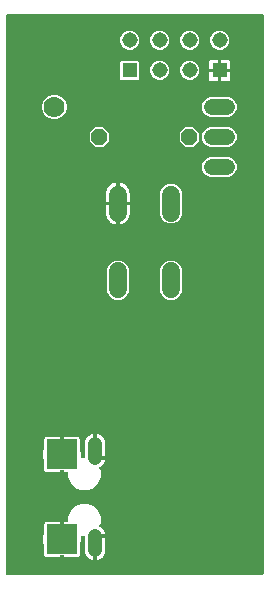
<source format=gbr>
G04 EAGLE Gerber X2 export*
%TF.Part,Single*%
%TF.FileFunction,Copper,L1,Top,Mixed*%
%TF.FilePolarity,Positive*%
%TF.GenerationSoftware,Autodesk,EAGLE,8.6.0*%
%TF.CreationDate,2018-01-31T11:55:17Z*%
G75*
%MOMM*%
%FSLAX34Y34*%
%LPD*%
%AMOC8*
5,1,8,0,0,1.08239X$1,22.5*%
G01*
%ADD10C,1.778000*%
%ADD11C,1.524000*%
%ADD12C,1.320800*%
%ADD13R,1.308000X1.308000*%
%ADD14C,1.308000*%
%ADD15P,1.429621X8X202.500000*%
%ADD16R,2.500000X2.500000*%
%ADD17C,1.208000*%
%ADD18C,0.756400*%

G36*
X214398Y327664D02*
X214398Y327664D01*
X214417Y327662D01*
X214519Y327684D01*
X214621Y327700D01*
X214638Y327710D01*
X214658Y327714D01*
X214747Y327767D01*
X214838Y327816D01*
X214852Y327830D01*
X214869Y327840D01*
X214936Y327919D01*
X215008Y327994D01*
X215016Y328012D01*
X215029Y328027D01*
X215068Y328123D01*
X215111Y328217D01*
X215113Y328237D01*
X215121Y328255D01*
X215139Y328422D01*
X215139Y801778D01*
X215136Y801798D01*
X215138Y801817D01*
X215116Y801919D01*
X215100Y802021D01*
X215090Y802038D01*
X215086Y802058D01*
X215033Y802147D01*
X214984Y802238D01*
X214970Y802252D01*
X214960Y802269D01*
X214881Y802336D01*
X214806Y802408D01*
X214788Y802416D01*
X214773Y802429D01*
X214677Y802468D01*
X214583Y802511D01*
X214563Y802513D01*
X214545Y802521D01*
X214378Y802539D01*
X-1778Y802539D01*
X-1798Y802536D01*
X-1817Y802538D01*
X-1919Y802516D01*
X-2021Y802500D01*
X-2038Y802490D01*
X-2058Y802486D01*
X-2147Y802433D01*
X-2238Y802384D01*
X-2252Y802370D01*
X-2269Y802360D01*
X-2336Y802281D01*
X-2408Y802206D01*
X-2416Y802188D01*
X-2429Y802173D01*
X-2468Y802077D01*
X-2511Y801983D01*
X-2513Y801963D01*
X-2521Y801945D01*
X-2539Y801778D01*
X-2539Y328422D01*
X-2536Y328402D01*
X-2538Y328383D01*
X-2516Y328281D01*
X-2500Y328179D01*
X-2490Y328162D01*
X-2486Y328142D01*
X-2433Y328053D01*
X-2384Y327962D01*
X-2370Y327948D01*
X-2360Y327931D01*
X-2281Y327864D01*
X-2206Y327792D01*
X-2188Y327784D01*
X-2173Y327771D01*
X-2077Y327732D01*
X-1983Y327689D01*
X-1963Y327687D01*
X-1945Y327679D01*
X-1778Y327661D01*
X214378Y327661D01*
X214398Y327664D01*
G37*
%LPC*%
G36*
X60783Y399539D02*
X60783Y399539D01*
X55762Y401619D01*
X51919Y405462D01*
X49839Y410483D01*
X49839Y413898D01*
X49836Y413918D01*
X49838Y413937D01*
X49816Y414039D01*
X49800Y414141D01*
X49790Y414158D01*
X49786Y414178D01*
X49733Y414267D01*
X49684Y414358D01*
X49670Y414372D01*
X49660Y414389D01*
X49581Y414456D01*
X49506Y414528D01*
X49488Y414536D01*
X49473Y414549D01*
X49377Y414588D01*
X49283Y414631D01*
X49263Y414633D01*
X49245Y414641D01*
X49078Y414659D01*
X45999Y414659D01*
X45999Y415778D01*
X45996Y415798D01*
X45998Y415817D01*
X45976Y415919D01*
X45960Y416021D01*
X45950Y416038D01*
X45946Y416058D01*
X45893Y416147D01*
X45844Y416238D01*
X45830Y416252D01*
X45820Y416269D01*
X45741Y416336D01*
X45666Y416408D01*
X45648Y416416D01*
X45633Y416429D01*
X45537Y416468D01*
X45443Y416511D01*
X45423Y416513D01*
X45405Y416521D01*
X45238Y416539D01*
X43762Y416539D01*
X43742Y416536D01*
X43722Y416538D01*
X43621Y416516D01*
X43519Y416500D01*
X43502Y416490D01*
X43482Y416486D01*
X43393Y416433D01*
X43302Y416384D01*
X43288Y416370D01*
X43271Y416360D01*
X43204Y416281D01*
X43132Y416206D01*
X43124Y416188D01*
X43111Y416173D01*
X43072Y416077D01*
X43029Y415983D01*
X43027Y415963D01*
X43019Y415945D01*
X43001Y415778D01*
X43001Y414659D01*
X31666Y414659D01*
X31019Y414832D01*
X30440Y415167D01*
X29967Y415640D01*
X29632Y416219D01*
X29459Y416866D01*
X29459Y425075D01*
X29446Y425155D01*
X29442Y425235D01*
X29424Y425289D01*
X29420Y425318D01*
X29406Y425343D01*
X29395Y425377D01*
X29394Y425381D01*
X29393Y425382D01*
X29389Y425394D01*
X28568Y427172D01*
X28791Y429631D01*
X28789Y429661D01*
X28790Y429703D01*
X28790Y429708D01*
X28790Y429710D01*
X28791Y429769D01*
X28568Y432228D01*
X29389Y434006D01*
X29411Y434083D01*
X29441Y434158D01*
X29447Y434215D01*
X29455Y434243D01*
X29453Y434271D01*
X29459Y434325D01*
X29459Y442534D01*
X29632Y443181D01*
X29967Y443760D01*
X30440Y444233D01*
X31019Y444568D01*
X31666Y444741D01*
X43001Y444741D01*
X43001Y443622D01*
X43004Y443602D01*
X43002Y443583D01*
X43024Y443481D01*
X43040Y443379D01*
X43050Y443362D01*
X43054Y443342D01*
X43107Y443253D01*
X43156Y443162D01*
X43170Y443148D01*
X43180Y443131D01*
X43259Y443064D01*
X43334Y442992D01*
X43352Y442984D01*
X43367Y442971D01*
X43463Y442932D01*
X43557Y442889D01*
X43577Y442887D01*
X43595Y442879D01*
X43762Y442861D01*
X45238Y442861D01*
X45258Y442864D01*
X45277Y442862D01*
X45379Y442884D01*
X45481Y442900D01*
X45498Y442910D01*
X45518Y442914D01*
X45607Y442967D01*
X45698Y443016D01*
X45712Y443030D01*
X45729Y443040D01*
X45796Y443119D01*
X45868Y443194D01*
X45876Y443212D01*
X45889Y443227D01*
X45928Y443323D01*
X45971Y443417D01*
X45973Y443437D01*
X45981Y443455D01*
X45999Y443622D01*
X45999Y444741D01*
X57334Y444741D01*
X57981Y444568D01*
X58560Y444233D01*
X59033Y443760D01*
X59368Y443181D01*
X59541Y442534D01*
X59541Y434059D01*
X59546Y434028D01*
X59543Y433997D01*
X59575Y433832D01*
X59947Y432638D01*
X59952Y432629D01*
X59955Y432614D01*
X60352Y431340D01*
X60209Y429769D01*
X60211Y429739D01*
X60209Y429631D01*
X60352Y428060D01*
X60286Y427848D01*
X60284Y427837D01*
X60279Y427827D01*
X60267Y427716D01*
X60251Y427605D01*
X60254Y427594D01*
X60252Y427583D01*
X60276Y427473D01*
X60297Y427363D01*
X60302Y427353D01*
X60305Y427342D01*
X60362Y427246D01*
X60417Y427148D01*
X60425Y427141D01*
X60431Y427131D01*
X60516Y427058D01*
X60599Y426983D01*
X60609Y426979D01*
X60618Y426971D01*
X60722Y426929D01*
X60824Y426884D01*
X60835Y426883D01*
X60846Y426879D01*
X61013Y426861D01*
X63158Y426861D01*
X63178Y426864D01*
X63197Y426862D01*
X63299Y426884D01*
X63401Y426900D01*
X63418Y426910D01*
X63438Y426914D01*
X63527Y426967D01*
X63618Y427016D01*
X63632Y427030D01*
X63649Y427040D01*
X63716Y427119D01*
X63787Y427194D01*
X63796Y427212D01*
X63809Y427227D01*
X63848Y427323D01*
X63891Y427417D01*
X63893Y427437D01*
X63901Y427455D01*
X63919Y427622D01*
X63919Y439625D01*
X64249Y441283D01*
X64896Y442845D01*
X65835Y444250D01*
X67030Y445445D01*
X68435Y446384D01*
X69997Y447031D01*
X70977Y447226D01*
X70977Y427462D01*
X70980Y427442D01*
X70978Y427423D01*
X71000Y427321D01*
X71017Y427219D01*
X71026Y427202D01*
X71030Y427182D01*
X71083Y427093D01*
X71132Y427002D01*
X71146Y426988D01*
X71156Y426971D01*
X71235Y426904D01*
X71310Y426833D01*
X71328Y426824D01*
X71343Y426811D01*
X71439Y426773D01*
X71533Y426729D01*
X71553Y426727D01*
X71571Y426719D01*
X71738Y426701D01*
X72501Y426701D01*
X72501Y425938D01*
X72504Y425918D01*
X72502Y425899D01*
X72524Y425797D01*
X72541Y425695D01*
X72550Y425678D01*
X72554Y425658D01*
X72607Y425569D01*
X72656Y425478D01*
X72670Y425464D01*
X72680Y425447D01*
X72759Y425380D01*
X72834Y425309D01*
X72852Y425300D01*
X72867Y425287D01*
X72963Y425248D01*
X73057Y425205D01*
X73077Y425203D01*
X73095Y425195D01*
X73262Y425177D01*
X80946Y425177D01*
X80751Y424197D01*
X80104Y422635D01*
X80003Y422484D01*
X79165Y421230D01*
X77970Y420035D01*
X76520Y419066D01*
X76470Y419019D01*
X76413Y418980D01*
X76380Y418936D01*
X76340Y418898D01*
X76307Y418838D01*
X76266Y418783D01*
X76249Y418730D01*
X76223Y418682D01*
X76212Y418614D01*
X76190Y418549D01*
X76191Y418493D01*
X76181Y418439D01*
X76192Y418371D01*
X76193Y418303D01*
X76214Y418229D01*
X76219Y418196D01*
X76229Y418177D01*
X76239Y418142D01*
X77161Y415917D01*
X77161Y410483D01*
X75081Y405462D01*
X71238Y401619D01*
X66217Y399539D01*
X60783Y399539D01*
G37*
%LPD*%
%LPC*%
G36*
X69997Y340369D02*
X69997Y340369D01*
X68435Y341016D01*
X67030Y341955D01*
X65835Y343150D01*
X64896Y344555D01*
X64249Y346117D01*
X63919Y347775D01*
X63919Y359778D01*
X63916Y359798D01*
X63918Y359817D01*
X63896Y359919D01*
X63880Y360021D01*
X63870Y360038D01*
X63866Y360058D01*
X63813Y360147D01*
X63764Y360238D01*
X63750Y360252D01*
X63740Y360269D01*
X63661Y360336D01*
X63586Y360408D01*
X63568Y360416D01*
X63553Y360429D01*
X63457Y360468D01*
X63363Y360511D01*
X63343Y360513D01*
X63325Y360521D01*
X63158Y360539D01*
X61013Y360539D01*
X61001Y360537D01*
X60990Y360539D01*
X60880Y360518D01*
X60770Y360500D01*
X60760Y360494D01*
X60749Y360492D01*
X60651Y360437D01*
X60552Y360384D01*
X60545Y360376D01*
X60535Y360371D01*
X60460Y360287D01*
X60383Y360206D01*
X60378Y360196D01*
X60371Y360187D01*
X60326Y360084D01*
X60279Y359983D01*
X60278Y359972D01*
X60274Y359961D01*
X60265Y359849D01*
X60252Y359739D01*
X60255Y359728D01*
X60254Y359716D01*
X60286Y359552D01*
X60352Y359340D01*
X60209Y357769D01*
X60211Y357739D01*
X60209Y357631D01*
X60352Y356060D01*
X59955Y354786D01*
X59953Y354776D01*
X59947Y354762D01*
X59575Y353568D01*
X59571Y353537D01*
X59559Y353508D01*
X59541Y353341D01*
X59541Y344866D01*
X59368Y344219D01*
X59033Y343640D01*
X58560Y343167D01*
X57981Y342832D01*
X57334Y342659D01*
X45999Y342659D01*
X45999Y343778D01*
X45996Y343798D01*
X45998Y343817D01*
X45976Y343919D01*
X45960Y344021D01*
X45950Y344038D01*
X45946Y344058D01*
X45893Y344147D01*
X45844Y344238D01*
X45830Y344252D01*
X45820Y344269D01*
X45741Y344336D01*
X45666Y344408D01*
X45648Y344416D01*
X45633Y344429D01*
X45537Y344468D01*
X45443Y344511D01*
X45423Y344513D01*
X45405Y344521D01*
X45238Y344539D01*
X43762Y344539D01*
X43742Y344536D01*
X43722Y344538D01*
X43621Y344516D01*
X43519Y344500D01*
X43502Y344490D01*
X43482Y344486D01*
X43393Y344433D01*
X43302Y344384D01*
X43288Y344370D01*
X43271Y344360D01*
X43204Y344281D01*
X43132Y344206D01*
X43124Y344188D01*
X43111Y344173D01*
X43072Y344077D01*
X43029Y343983D01*
X43027Y343963D01*
X43019Y343945D01*
X43001Y343778D01*
X43001Y342659D01*
X31666Y342659D01*
X31019Y342832D01*
X30440Y343167D01*
X29967Y343640D01*
X29632Y344219D01*
X29459Y344866D01*
X29459Y353075D01*
X29446Y353154D01*
X29442Y353235D01*
X29424Y353289D01*
X29420Y353318D01*
X29406Y353343D01*
X29389Y353394D01*
X28568Y355172D01*
X28791Y357631D01*
X28789Y357661D01*
X28791Y357769D01*
X28568Y360228D01*
X29389Y362006D01*
X29411Y362083D01*
X29441Y362158D01*
X29447Y362215D01*
X29455Y362243D01*
X29453Y362271D01*
X29459Y362325D01*
X29459Y370534D01*
X29632Y371181D01*
X29967Y371760D01*
X30440Y372233D01*
X31019Y372568D01*
X31666Y372741D01*
X43001Y372741D01*
X43001Y371622D01*
X43004Y371602D01*
X43002Y371583D01*
X43024Y371481D01*
X43040Y371379D01*
X43050Y371362D01*
X43054Y371342D01*
X43107Y371253D01*
X43156Y371162D01*
X43170Y371148D01*
X43180Y371131D01*
X43259Y371064D01*
X43334Y370992D01*
X43352Y370984D01*
X43367Y370971D01*
X43463Y370932D01*
X43557Y370889D01*
X43577Y370887D01*
X43595Y370879D01*
X43762Y370861D01*
X45238Y370861D01*
X45258Y370864D01*
X45277Y370862D01*
X45379Y370884D01*
X45481Y370900D01*
X45498Y370910D01*
X45518Y370914D01*
X45607Y370967D01*
X45698Y371016D01*
X45712Y371030D01*
X45729Y371040D01*
X45796Y371119D01*
X45868Y371194D01*
X45876Y371212D01*
X45889Y371227D01*
X45928Y371323D01*
X45971Y371417D01*
X45973Y371437D01*
X45981Y371455D01*
X45999Y371622D01*
X45999Y372741D01*
X49078Y372741D01*
X49098Y372744D01*
X49117Y372742D01*
X49219Y372764D01*
X49321Y372780D01*
X49338Y372790D01*
X49358Y372794D01*
X49447Y372847D01*
X49538Y372896D01*
X49552Y372910D01*
X49569Y372920D01*
X49636Y372999D01*
X49708Y373074D01*
X49716Y373092D01*
X49729Y373107D01*
X49768Y373203D01*
X49811Y373297D01*
X49813Y373317D01*
X49821Y373335D01*
X49839Y373502D01*
X49839Y376917D01*
X51919Y381938D01*
X55762Y385781D01*
X60783Y387861D01*
X66217Y387861D01*
X71238Y385781D01*
X75081Y381938D01*
X77161Y376917D01*
X77161Y371483D01*
X76239Y369258D01*
X76224Y369191D01*
X76199Y369128D01*
X76196Y369073D01*
X76183Y369019D01*
X76190Y368951D01*
X76186Y368882D01*
X76201Y368829D01*
X76206Y368774D01*
X76234Y368711D01*
X76253Y368645D01*
X76284Y368600D01*
X76306Y368549D01*
X76353Y368499D01*
X76391Y368442D01*
X76451Y368392D01*
X76473Y368368D01*
X76492Y368358D01*
X76520Y368334D01*
X77970Y367365D01*
X79165Y366170D01*
X80104Y364765D01*
X80751Y363203D01*
X80946Y362223D01*
X73262Y362223D01*
X73242Y362220D01*
X73223Y362222D01*
X73121Y362200D01*
X73019Y362183D01*
X73002Y362174D01*
X72982Y362170D01*
X72893Y362117D01*
X72802Y362068D01*
X72788Y362054D01*
X72771Y362044D01*
X72704Y361965D01*
X72633Y361890D01*
X72624Y361872D01*
X72611Y361857D01*
X72573Y361761D01*
X72529Y361667D01*
X72527Y361647D01*
X72519Y361629D01*
X72501Y361462D01*
X72501Y360699D01*
X71738Y360699D01*
X71718Y360696D01*
X71699Y360698D01*
X71597Y360676D01*
X71495Y360659D01*
X71478Y360650D01*
X71458Y360646D01*
X71369Y360593D01*
X71278Y360544D01*
X71264Y360530D01*
X71247Y360520D01*
X71180Y360441D01*
X71109Y360366D01*
X71100Y360348D01*
X71087Y360333D01*
X71048Y360237D01*
X71005Y360143D01*
X71003Y360123D01*
X70995Y360105D01*
X70977Y359938D01*
X70977Y340174D01*
X69997Y340369D01*
G37*
%LPD*%
%LPC*%
G36*
X135087Y625347D02*
X135087Y625347D01*
X131726Y626739D01*
X129153Y629312D01*
X127761Y632673D01*
X127761Y651551D01*
X129153Y654912D01*
X131726Y657485D01*
X135087Y658877D01*
X138725Y658877D01*
X142086Y657485D01*
X144659Y654912D01*
X146051Y651551D01*
X146051Y632673D01*
X144659Y629312D01*
X142086Y626739D01*
X138725Y625347D01*
X135087Y625347D01*
G37*
%LPD*%
%LPC*%
G36*
X135087Y560323D02*
X135087Y560323D01*
X131726Y561715D01*
X129153Y564288D01*
X127761Y567649D01*
X127761Y586527D01*
X129153Y589888D01*
X131726Y592461D01*
X135087Y593853D01*
X138725Y593853D01*
X142086Y592461D01*
X144659Y589888D01*
X146051Y586527D01*
X146051Y567649D01*
X144659Y564288D01*
X142086Y561715D01*
X138725Y560323D01*
X135087Y560323D01*
G37*
%LPD*%
%LPC*%
G36*
X89875Y560323D02*
X89875Y560323D01*
X86514Y561715D01*
X83941Y564288D01*
X82549Y567649D01*
X82549Y586527D01*
X83941Y589888D01*
X86514Y592461D01*
X89875Y593853D01*
X93513Y593853D01*
X96874Y592461D01*
X99447Y589888D01*
X100839Y586527D01*
X100839Y567649D01*
X99447Y564288D01*
X96874Y561715D01*
X93513Y560323D01*
X89875Y560323D01*
G37*
%LPD*%
%LPC*%
G36*
X169579Y715771D02*
X169579Y715771D01*
X166591Y717009D01*
X164305Y719295D01*
X163067Y722283D01*
X163067Y725517D01*
X164305Y728505D01*
X166591Y730791D01*
X169579Y732029D01*
X186021Y732029D01*
X189009Y730791D01*
X191295Y728505D01*
X192533Y725517D01*
X192533Y722283D01*
X191295Y719295D01*
X189009Y717009D01*
X186021Y715771D01*
X169579Y715771D01*
G37*
%LPD*%
%LPC*%
G36*
X169579Y690371D02*
X169579Y690371D01*
X166591Y691609D01*
X164305Y693895D01*
X163067Y696883D01*
X163067Y700117D01*
X164305Y703105D01*
X166591Y705391D01*
X169579Y706629D01*
X186021Y706629D01*
X189009Y705391D01*
X191295Y703105D01*
X192533Y700117D01*
X192533Y696883D01*
X191295Y693895D01*
X189009Y691609D01*
X186021Y690371D01*
X169579Y690371D01*
G37*
%LPD*%
%LPC*%
G36*
X169579Y664971D02*
X169579Y664971D01*
X166591Y666209D01*
X164305Y668495D01*
X163067Y671483D01*
X163067Y674717D01*
X164305Y677705D01*
X166591Y679991D01*
X169579Y681229D01*
X186021Y681229D01*
X189009Y679991D01*
X191295Y677705D01*
X192533Y674717D01*
X192533Y671483D01*
X191295Y668495D01*
X189009Y666209D01*
X186021Y664971D01*
X169579Y664971D01*
G37*
%LPD*%
%LPC*%
G36*
X36028Y713485D02*
X36028Y713485D01*
X32200Y715071D01*
X29271Y718000D01*
X27685Y721828D01*
X27685Y725972D01*
X29271Y729800D01*
X32200Y732729D01*
X36028Y734315D01*
X40172Y734315D01*
X44000Y732729D01*
X46929Y729800D01*
X48515Y725972D01*
X48515Y721828D01*
X46929Y718000D01*
X44000Y715071D01*
X40172Y713485D01*
X36028Y713485D01*
G37*
%LPD*%
%LPC*%
G36*
X94578Y746810D02*
X94578Y746810D01*
X93685Y747703D01*
X93685Y762047D01*
X94578Y762940D01*
X108922Y762940D01*
X109815Y762047D01*
X109815Y747703D01*
X108922Y746810D01*
X94578Y746810D01*
G37*
%LPD*%
%LPC*%
G36*
X149033Y690371D02*
X149033Y690371D01*
X144271Y695133D01*
X144271Y701867D01*
X149033Y706629D01*
X155767Y706629D01*
X160529Y701867D01*
X160529Y695133D01*
X155767Y690371D01*
X149033Y690371D01*
G37*
%LPD*%
%LPC*%
G36*
X72833Y690371D02*
X72833Y690371D01*
X68071Y695133D01*
X68071Y701867D01*
X72833Y706629D01*
X79567Y706629D01*
X84329Y701867D01*
X84329Y695133D01*
X79567Y690371D01*
X72833Y690371D01*
G37*
%LPD*%
%LPC*%
G36*
X125546Y772210D02*
X125546Y772210D01*
X122582Y773438D01*
X120313Y775707D01*
X119085Y778671D01*
X119085Y781879D01*
X120313Y784843D01*
X122582Y787112D01*
X125546Y788340D01*
X128754Y788340D01*
X131718Y787112D01*
X133987Y784843D01*
X135215Y781879D01*
X135215Y778671D01*
X133987Y775707D01*
X131718Y773438D01*
X128754Y772210D01*
X125546Y772210D01*
G37*
%LPD*%
%LPC*%
G36*
X100146Y772210D02*
X100146Y772210D01*
X97182Y773438D01*
X94913Y775707D01*
X93685Y778671D01*
X93685Y781879D01*
X94913Y784843D01*
X97182Y787112D01*
X100146Y788340D01*
X103354Y788340D01*
X106318Y787112D01*
X108587Y784843D01*
X109815Y781879D01*
X109815Y778671D01*
X108587Y775707D01*
X106318Y773438D01*
X103354Y772210D01*
X100146Y772210D01*
G37*
%LPD*%
%LPC*%
G36*
X176346Y772210D02*
X176346Y772210D01*
X173382Y773438D01*
X171113Y775707D01*
X169885Y778671D01*
X169885Y781879D01*
X171113Y784843D01*
X173382Y787112D01*
X176346Y788340D01*
X179554Y788340D01*
X182518Y787112D01*
X184787Y784843D01*
X186015Y781879D01*
X186015Y778671D01*
X184787Y775707D01*
X182518Y773438D01*
X179554Y772210D01*
X176346Y772210D01*
G37*
%LPD*%
%LPC*%
G36*
X150946Y772210D02*
X150946Y772210D01*
X147982Y773438D01*
X145713Y775707D01*
X144485Y778671D01*
X144485Y781879D01*
X145713Y784843D01*
X147982Y787112D01*
X150946Y788340D01*
X154154Y788340D01*
X157118Y787112D01*
X159387Y784843D01*
X160615Y781879D01*
X160615Y778671D01*
X159387Y775707D01*
X157118Y773438D01*
X154154Y772210D01*
X150946Y772210D01*
G37*
%LPD*%
%LPC*%
G36*
X150946Y746810D02*
X150946Y746810D01*
X147982Y748038D01*
X145713Y750307D01*
X144485Y753271D01*
X144485Y756479D01*
X145713Y759443D01*
X147982Y761712D01*
X150946Y762940D01*
X154154Y762940D01*
X157118Y761712D01*
X159387Y759443D01*
X160615Y756479D01*
X160615Y753271D01*
X159387Y750307D01*
X157118Y748038D01*
X154154Y746810D01*
X150946Y746810D01*
G37*
%LPD*%
%LPC*%
G36*
X125546Y746810D02*
X125546Y746810D01*
X122582Y748038D01*
X120313Y750307D01*
X119085Y753271D01*
X119085Y756479D01*
X120313Y759443D01*
X122582Y761712D01*
X125546Y762940D01*
X128754Y762940D01*
X131718Y761712D01*
X133987Y759443D01*
X135215Y756479D01*
X135215Y753271D01*
X133987Y750307D01*
X131718Y748038D01*
X128754Y746810D01*
X125546Y746810D01*
G37*
%LPD*%
%LPC*%
G36*
X74023Y428223D02*
X74023Y428223D01*
X74023Y447226D01*
X75003Y447031D01*
X76565Y446384D01*
X77970Y445445D01*
X79165Y444250D01*
X80104Y442845D01*
X80751Y441283D01*
X81081Y439625D01*
X81081Y428223D01*
X74023Y428223D01*
G37*
%LPD*%
%LPC*%
G36*
X74023Y359177D02*
X74023Y359177D01*
X81081Y359177D01*
X81081Y347775D01*
X80751Y346117D01*
X80104Y344555D01*
X79165Y343150D01*
X77970Y341955D01*
X76565Y341016D01*
X75003Y340369D01*
X74023Y340174D01*
X74023Y359177D01*
G37*
%LPD*%
%LPC*%
G36*
X93217Y643635D02*
X93217Y643635D01*
X93217Y659778D01*
X94073Y659643D01*
X95594Y659148D01*
X97019Y658422D01*
X98313Y657482D01*
X99444Y656351D01*
X100384Y655057D01*
X101110Y653632D01*
X101605Y652111D01*
X101855Y650532D01*
X101855Y643635D01*
X93217Y643635D01*
G37*
%LPD*%
%LPC*%
G36*
X93217Y640589D02*
X93217Y640589D01*
X101855Y640589D01*
X101855Y633692D01*
X101605Y632113D01*
X101110Y630592D01*
X100384Y629167D01*
X99444Y627873D01*
X98313Y626742D01*
X97019Y625802D01*
X95594Y625076D01*
X94073Y624581D01*
X93217Y624446D01*
X93217Y640589D01*
G37*
%LPD*%
%LPC*%
G36*
X81533Y643635D02*
X81533Y643635D01*
X81533Y650532D01*
X81783Y652111D01*
X82278Y653632D01*
X83004Y655057D01*
X83944Y656351D01*
X85075Y657482D01*
X86369Y658422D01*
X87794Y659148D01*
X89315Y659643D01*
X90171Y659778D01*
X90171Y643635D01*
X81533Y643635D01*
G37*
%LPD*%
%LPC*%
G36*
X89315Y624581D02*
X89315Y624581D01*
X87794Y625076D01*
X86369Y625802D01*
X85075Y626742D01*
X83944Y627873D01*
X83004Y629167D01*
X82278Y630592D01*
X81783Y632113D01*
X81533Y633692D01*
X81533Y640589D01*
X90171Y640589D01*
X90171Y624446D01*
X89315Y624581D01*
G37*
%LPD*%
%LPC*%
G36*
X179473Y756398D02*
X179473Y756398D01*
X179473Y763956D01*
X184824Y763956D01*
X185471Y763783D01*
X186050Y763448D01*
X186523Y762975D01*
X186858Y762396D01*
X187031Y761749D01*
X187031Y756398D01*
X179473Y756398D01*
G37*
%LPD*%
%LPC*%
G36*
X168869Y756398D02*
X168869Y756398D01*
X168869Y761749D01*
X169042Y762396D01*
X169377Y762975D01*
X169850Y763448D01*
X170429Y763783D01*
X171076Y763956D01*
X176427Y763956D01*
X176427Y756398D01*
X168869Y756398D01*
G37*
%LPD*%
%LPC*%
G36*
X179473Y745794D02*
X179473Y745794D01*
X179473Y753352D01*
X187031Y753352D01*
X187031Y748001D01*
X186858Y747354D01*
X186523Y746775D01*
X186050Y746302D01*
X185471Y745967D01*
X184824Y745794D01*
X179473Y745794D01*
G37*
%LPD*%
%LPC*%
G36*
X171076Y745794D02*
X171076Y745794D01*
X170429Y745967D01*
X169850Y746302D01*
X169377Y746775D01*
X169042Y747354D01*
X168869Y748001D01*
X168869Y753352D01*
X176427Y753352D01*
X176427Y745794D01*
X171076Y745794D01*
G37*
%LPD*%
%LPC*%
G36*
X177949Y754874D02*
X177949Y754874D01*
X177949Y754876D01*
X177951Y754876D01*
X177951Y754874D01*
X177949Y754874D01*
G37*
%LPD*%
%LPC*%
G36*
X91693Y642111D02*
X91693Y642111D01*
X91693Y642113D01*
X91695Y642113D01*
X91695Y642111D01*
X91693Y642111D01*
G37*
%LPD*%
D10*
X38100Y723900D03*
D11*
X91694Y649732D02*
X91694Y634492D01*
X91694Y584708D02*
X91694Y569468D01*
X136906Y634492D02*
X136906Y649732D01*
X136906Y584708D02*
X136906Y569468D01*
D12*
X171196Y723900D02*
X184404Y723900D01*
X184404Y673100D02*
X171196Y673100D01*
X171196Y698500D02*
X184404Y698500D01*
D13*
X177950Y754875D03*
X101750Y754875D03*
D14*
X152550Y754875D03*
X127150Y754875D03*
X127150Y780275D03*
X152550Y780275D03*
X177950Y780275D03*
X101750Y780275D03*
D15*
X152400Y698500D03*
X76200Y698500D03*
D16*
X44500Y429700D03*
X44500Y357700D03*
D17*
X72500Y360700D02*
X72500Y348620D01*
X72500Y426700D02*
X72500Y438780D01*
D18*
X88900Y673100D03*
X76200Y647700D03*
X177800Y647700D03*
X114300Y647700D03*
X152400Y673100D03*
X127000Y723900D03*
X177800Y736600D03*
X190500Y774700D03*
X76200Y749300D03*
X88900Y520700D03*
X127000Y508000D03*
X152400Y495300D03*
X190500Y495300D03*
X177800Y469900D03*
X139700Y469900D03*
X88900Y469900D03*
X25400Y393700D03*
X101600Y419100D03*
X139700Y355600D03*
X190500Y368300D03*
X190500Y406400D03*
X127000Y457200D03*
X114300Y469900D03*
X25400Y406400D03*
X25400Y381000D03*
M02*

</source>
